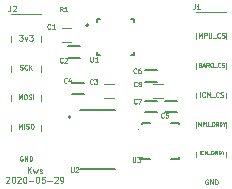
<source format=gbr>
G04 #@! TF.GenerationSoftware,KiCad,Pcbnew,(5.1.5)-3*
G04 #@! TF.CreationDate,2020-05-29T16:37:46+09:00*
G04 #@! TF.ProjectId,FMU3_Sensors_make,464d5533-5f53-4656-9e73-6f72735f6d61,rev?*
G04 #@! TF.SameCoordinates,Original*
G04 #@! TF.FileFunction,Legend,Top*
G04 #@! TF.FilePolarity,Positive*
%FSLAX46Y46*%
G04 Gerber Fmt 4.6, Leading zero omitted, Abs format (unit mm)*
G04 Created by KiCad (PCBNEW (5.1.5)-3) date 2020-05-29 16:37:46*
%MOMM*%
%LPD*%
G04 APERTURE LIST*
%ADD10C,0.050000*%
%ADD11C,0.127000*%
%ADD12C,0.200000*%
%ADD13C,0.120000*%
%ADD14C,0.100000*%
G04 APERTURE END LIST*
D10*
X131344761Y-36966190D02*
X131344761Y-36466190D01*
X131630476Y-36966190D02*
X131416190Y-36680476D01*
X131630476Y-36466190D02*
X131344761Y-36751904D01*
X131797142Y-36632857D02*
X131892380Y-36966190D01*
X131987619Y-36728095D01*
X132082857Y-36966190D01*
X132178095Y-36632857D01*
X132344761Y-36942380D02*
X132392380Y-36966190D01*
X132487619Y-36966190D01*
X132535238Y-36942380D01*
X132559047Y-36894761D01*
X132559047Y-36870952D01*
X132535238Y-36823333D01*
X132487619Y-36799523D01*
X132416190Y-36799523D01*
X132368571Y-36775714D01*
X132344761Y-36728095D01*
X132344761Y-36704285D01*
X132368571Y-36656666D01*
X132416190Y-36632857D01*
X132487619Y-36632857D01*
X132535238Y-36656666D01*
X129511428Y-37313809D02*
X129535238Y-37290000D01*
X129582857Y-37266190D01*
X129701904Y-37266190D01*
X129749523Y-37290000D01*
X129773333Y-37313809D01*
X129797142Y-37361428D01*
X129797142Y-37409047D01*
X129773333Y-37480476D01*
X129487619Y-37766190D01*
X129797142Y-37766190D01*
X130106666Y-37266190D02*
X130154285Y-37266190D01*
X130201904Y-37290000D01*
X130225714Y-37313809D01*
X130249523Y-37361428D01*
X130273333Y-37456666D01*
X130273333Y-37575714D01*
X130249523Y-37670952D01*
X130225714Y-37718571D01*
X130201904Y-37742380D01*
X130154285Y-37766190D01*
X130106666Y-37766190D01*
X130059047Y-37742380D01*
X130035238Y-37718571D01*
X130011428Y-37670952D01*
X129987619Y-37575714D01*
X129987619Y-37456666D01*
X130011428Y-37361428D01*
X130035238Y-37313809D01*
X130059047Y-37290000D01*
X130106666Y-37266190D01*
X130463809Y-37313809D02*
X130487619Y-37290000D01*
X130535238Y-37266190D01*
X130654285Y-37266190D01*
X130701904Y-37290000D01*
X130725714Y-37313809D01*
X130749523Y-37361428D01*
X130749523Y-37409047D01*
X130725714Y-37480476D01*
X130440000Y-37766190D01*
X130749523Y-37766190D01*
X131059047Y-37266190D02*
X131106666Y-37266190D01*
X131154285Y-37290000D01*
X131178095Y-37313809D01*
X131201904Y-37361428D01*
X131225714Y-37456666D01*
X131225714Y-37575714D01*
X131201904Y-37670952D01*
X131178095Y-37718571D01*
X131154285Y-37742380D01*
X131106666Y-37766190D01*
X131059047Y-37766190D01*
X131011428Y-37742380D01*
X130987619Y-37718571D01*
X130963809Y-37670952D01*
X130940000Y-37575714D01*
X130940000Y-37456666D01*
X130963809Y-37361428D01*
X130987619Y-37313809D01*
X131011428Y-37290000D01*
X131059047Y-37266190D01*
X131440000Y-37575714D02*
X131820952Y-37575714D01*
X132154285Y-37266190D02*
X132201904Y-37266190D01*
X132249523Y-37290000D01*
X132273333Y-37313809D01*
X132297142Y-37361428D01*
X132320952Y-37456666D01*
X132320952Y-37575714D01*
X132297142Y-37670952D01*
X132273333Y-37718571D01*
X132249523Y-37742380D01*
X132201904Y-37766190D01*
X132154285Y-37766190D01*
X132106666Y-37742380D01*
X132082857Y-37718571D01*
X132059047Y-37670952D01*
X132035238Y-37575714D01*
X132035238Y-37456666D01*
X132059047Y-37361428D01*
X132082857Y-37313809D01*
X132106666Y-37290000D01*
X132154285Y-37266190D01*
X132773333Y-37266190D02*
X132535238Y-37266190D01*
X132511428Y-37504285D01*
X132535238Y-37480476D01*
X132582857Y-37456666D01*
X132701904Y-37456666D01*
X132749523Y-37480476D01*
X132773333Y-37504285D01*
X132797142Y-37551904D01*
X132797142Y-37670952D01*
X132773333Y-37718571D01*
X132749523Y-37742380D01*
X132701904Y-37766190D01*
X132582857Y-37766190D01*
X132535238Y-37742380D01*
X132511428Y-37718571D01*
X133011428Y-37575714D02*
X133392380Y-37575714D01*
X133606666Y-37313809D02*
X133630476Y-37290000D01*
X133678095Y-37266190D01*
X133797142Y-37266190D01*
X133844761Y-37290000D01*
X133868571Y-37313809D01*
X133892380Y-37361428D01*
X133892380Y-37409047D01*
X133868571Y-37480476D01*
X133582857Y-37766190D01*
X133892380Y-37766190D01*
X134130476Y-37766190D02*
X134225714Y-37766190D01*
X134273333Y-37742380D01*
X134297142Y-37718571D01*
X134344761Y-37647142D01*
X134368571Y-37551904D01*
X134368571Y-37361428D01*
X134344761Y-37313809D01*
X134320952Y-37290000D01*
X134273333Y-37266190D01*
X134178095Y-37266190D01*
X134130476Y-37290000D01*
X134106666Y-37313809D01*
X134082857Y-37361428D01*
X134082857Y-37480476D01*
X134106666Y-37528095D01*
X134130476Y-37551904D01*
X134178095Y-37575714D01*
X134273333Y-37575714D01*
X134320952Y-37551904D01*
X134344761Y-37528095D01*
X134368571Y-37480476D01*
X145814285Y-25480952D02*
X145814285Y-25080952D01*
X145947619Y-25366666D01*
X146080952Y-25080952D01*
X146080952Y-25480952D01*
X146271428Y-25480952D02*
X146271428Y-25080952D01*
X146423809Y-25080952D01*
X146461904Y-25100000D01*
X146480952Y-25119047D01*
X146500000Y-25157142D01*
X146500000Y-25214285D01*
X146480952Y-25252380D01*
X146461904Y-25271428D01*
X146423809Y-25290476D01*
X146271428Y-25290476D01*
X146671428Y-25080952D02*
X146671428Y-25404761D01*
X146690476Y-25442857D01*
X146709523Y-25461904D01*
X146747619Y-25480952D01*
X146823809Y-25480952D01*
X146861904Y-25461904D01*
X146880952Y-25442857D01*
X146900000Y-25404761D01*
X146900000Y-25080952D01*
X146995238Y-25519047D02*
X147300000Y-25519047D01*
X147623809Y-25442857D02*
X147604761Y-25461904D01*
X147547619Y-25480952D01*
X147509523Y-25480952D01*
X147452380Y-25461904D01*
X147414285Y-25423809D01*
X147395238Y-25385714D01*
X147376190Y-25309523D01*
X147376190Y-25252380D01*
X147395238Y-25176190D01*
X147414285Y-25138095D01*
X147452380Y-25100000D01*
X147509523Y-25080952D01*
X147547619Y-25080952D01*
X147604761Y-25100000D01*
X147623809Y-25119047D01*
X147776190Y-25461904D02*
X147833333Y-25480952D01*
X147928571Y-25480952D01*
X147966666Y-25461904D01*
X147985714Y-25442857D01*
X148004761Y-25404761D01*
X148004761Y-25366666D01*
X147985714Y-25328571D01*
X147966666Y-25309523D01*
X147928571Y-25290476D01*
X147852380Y-25271428D01*
X147814285Y-25252380D01*
X147795238Y-25233333D01*
X147776190Y-25195238D01*
X147776190Y-25157142D01*
X147795238Y-25119047D01*
X147814285Y-25100000D01*
X147852380Y-25080952D01*
X147947619Y-25080952D01*
X148004761Y-25100000D01*
X145941666Y-27775000D02*
X145991666Y-27791666D01*
X146008333Y-27808333D01*
X146025000Y-27841666D01*
X146025000Y-27891666D01*
X146008333Y-27925000D01*
X145991666Y-27941666D01*
X145958333Y-27958333D01*
X145825000Y-27958333D01*
X145825000Y-27608333D01*
X145941666Y-27608333D01*
X145975000Y-27625000D01*
X145991666Y-27641666D01*
X146008333Y-27675000D01*
X146008333Y-27708333D01*
X145991666Y-27741666D01*
X145975000Y-27758333D01*
X145941666Y-27775000D01*
X145825000Y-27775000D01*
X146158333Y-27858333D02*
X146325000Y-27858333D01*
X146125000Y-27958333D02*
X146241666Y-27608333D01*
X146358333Y-27958333D01*
X146675000Y-27958333D02*
X146558333Y-27791666D01*
X146475000Y-27958333D02*
X146475000Y-27608333D01*
X146608333Y-27608333D01*
X146641666Y-27625000D01*
X146658333Y-27641666D01*
X146675000Y-27675000D01*
X146675000Y-27725000D01*
X146658333Y-27758333D01*
X146641666Y-27775000D01*
X146608333Y-27791666D01*
X146475000Y-27791666D01*
X146891666Y-27608333D02*
X146958333Y-27608333D01*
X146991666Y-27625000D01*
X147025000Y-27658333D01*
X147041666Y-27725000D01*
X147041666Y-27841666D01*
X147025000Y-27908333D01*
X146991666Y-27941666D01*
X146958333Y-27958333D01*
X146891666Y-27958333D01*
X146858333Y-27941666D01*
X146825000Y-27908333D01*
X146808333Y-27841666D01*
X146808333Y-27725000D01*
X146825000Y-27658333D01*
X146858333Y-27625000D01*
X146891666Y-27608333D01*
X147108333Y-27991666D02*
X147375000Y-27991666D01*
X147658333Y-27925000D02*
X147641666Y-27941666D01*
X147591666Y-27958333D01*
X147558333Y-27958333D01*
X147508333Y-27941666D01*
X147475000Y-27908333D01*
X147458333Y-27875000D01*
X147441666Y-27808333D01*
X147441666Y-27758333D01*
X147458333Y-27691666D01*
X147475000Y-27658333D01*
X147508333Y-27625000D01*
X147558333Y-27608333D01*
X147591666Y-27608333D01*
X147641666Y-27625000D01*
X147658333Y-27641666D01*
X147791666Y-27941666D02*
X147841666Y-27958333D01*
X147925000Y-27958333D01*
X147958333Y-27941666D01*
X147975000Y-27925000D01*
X147991666Y-27891666D01*
X147991666Y-27858333D01*
X147975000Y-27825000D01*
X147958333Y-27808333D01*
X147925000Y-27791666D01*
X147858333Y-27775000D01*
X147825000Y-27758333D01*
X147808333Y-27741666D01*
X147791666Y-27708333D01*
X147791666Y-27675000D01*
X147808333Y-27641666D01*
X147825000Y-27625000D01*
X147858333Y-27608333D01*
X147941666Y-27608333D01*
X147991666Y-27625000D01*
X145928571Y-30480952D02*
X145928571Y-30080952D01*
X146347619Y-30442857D02*
X146328571Y-30461904D01*
X146271428Y-30480952D01*
X146233333Y-30480952D01*
X146176190Y-30461904D01*
X146138095Y-30423809D01*
X146119047Y-30385714D01*
X146100000Y-30309523D01*
X146100000Y-30252380D01*
X146119047Y-30176190D01*
X146138095Y-30138095D01*
X146176190Y-30100000D01*
X146233333Y-30080952D01*
X146271428Y-30080952D01*
X146328571Y-30100000D01*
X146347619Y-30119047D01*
X146519047Y-30480952D02*
X146519047Y-30080952D01*
X146652380Y-30366666D01*
X146785714Y-30080952D01*
X146785714Y-30480952D01*
X146880952Y-30519047D02*
X147185714Y-30519047D01*
X147509523Y-30442857D02*
X147490476Y-30461904D01*
X147433333Y-30480952D01*
X147395238Y-30480952D01*
X147338095Y-30461904D01*
X147300000Y-30423809D01*
X147280952Y-30385714D01*
X147261904Y-30309523D01*
X147261904Y-30252380D01*
X147280952Y-30176190D01*
X147300000Y-30138095D01*
X147338095Y-30100000D01*
X147395238Y-30080952D01*
X147433333Y-30080952D01*
X147490476Y-30100000D01*
X147509523Y-30119047D01*
X147661904Y-30461904D02*
X147719047Y-30480952D01*
X147814285Y-30480952D01*
X147852380Y-30461904D01*
X147871428Y-30442857D01*
X147890476Y-30404761D01*
X147890476Y-30366666D01*
X147871428Y-30328571D01*
X147852380Y-30309523D01*
X147814285Y-30290476D01*
X147738095Y-30271428D01*
X147700000Y-30252380D01*
X147680952Y-30233333D01*
X147661904Y-30195238D01*
X147661904Y-30157142D01*
X147680952Y-30119047D01*
X147700000Y-30100000D01*
X147738095Y-30080952D01*
X147833333Y-30080952D01*
X147890476Y-30100000D01*
X145800000Y-32935714D02*
X145800000Y-32635714D01*
X145900000Y-32850000D01*
X146000000Y-32635714D01*
X146000000Y-32935714D01*
X146142857Y-32935714D02*
X146142857Y-32635714D01*
X146257142Y-32635714D01*
X146285714Y-32650000D01*
X146300000Y-32664285D01*
X146314285Y-32692857D01*
X146314285Y-32735714D01*
X146300000Y-32764285D01*
X146285714Y-32778571D01*
X146257142Y-32792857D01*
X146142857Y-32792857D01*
X146442857Y-32635714D02*
X146442857Y-32878571D01*
X146457142Y-32907142D01*
X146471428Y-32921428D01*
X146500000Y-32935714D01*
X146557142Y-32935714D01*
X146585714Y-32921428D01*
X146600000Y-32907142D01*
X146614285Y-32878571D01*
X146614285Y-32635714D01*
X146685714Y-32964285D02*
X146914285Y-32964285D01*
X146985714Y-32935714D02*
X146985714Y-32635714D01*
X147057142Y-32635714D01*
X147100000Y-32650000D01*
X147128571Y-32678571D01*
X147142857Y-32707142D01*
X147157142Y-32764285D01*
X147157142Y-32807142D01*
X147142857Y-32864285D01*
X147128571Y-32892857D01*
X147100000Y-32921428D01*
X147057142Y-32935714D01*
X146985714Y-32935714D01*
X147457142Y-32935714D02*
X147357142Y-32792857D01*
X147285714Y-32935714D02*
X147285714Y-32635714D01*
X147400000Y-32635714D01*
X147428571Y-32650000D01*
X147442857Y-32664285D01*
X147457142Y-32692857D01*
X147457142Y-32735714D01*
X147442857Y-32764285D01*
X147428571Y-32778571D01*
X147400000Y-32792857D01*
X147285714Y-32792857D01*
X147585714Y-32935714D02*
X147585714Y-32635714D01*
X147657142Y-32635714D01*
X147700000Y-32650000D01*
X147728571Y-32678571D01*
X147742857Y-32707142D01*
X147757142Y-32764285D01*
X147757142Y-32807142D01*
X147742857Y-32864285D01*
X147728571Y-32892857D01*
X147700000Y-32921428D01*
X147657142Y-32935714D01*
X147585714Y-32935714D01*
X147942857Y-32792857D02*
X147942857Y-32935714D01*
X147842857Y-32635714D02*
X147942857Y-32792857D01*
X148042857Y-32635714D01*
X145885714Y-35335714D02*
X145885714Y-35035714D01*
X146200000Y-35307142D02*
X146185714Y-35321428D01*
X146142857Y-35335714D01*
X146114285Y-35335714D01*
X146071428Y-35321428D01*
X146042857Y-35292857D01*
X146028571Y-35264285D01*
X146014285Y-35207142D01*
X146014285Y-35164285D01*
X146028571Y-35107142D01*
X146042857Y-35078571D01*
X146071428Y-35050000D01*
X146114285Y-35035714D01*
X146142857Y-35035714D01*
X146185714Y-35050000D01*
X146200000Y-35064285D01*
X146328571Y-35335714D02*
X146328571Y-35035714D01*
X146428571Y-35250000D01*
X146528571Y-35035714D01*
X146528571Y-35335714D01*
X146600000Y-35364285D02*
X146828571Y-35364285D01*
X146900000Y-35335714D02*
X146900000Y-35035714D01*
X146971428Y-35035714D01*
X147014285Y-35050000D01*
X147042857Y-35078571D01*
X147057142Y-35107142D01*
X147071428Y-35164285D01*
X147071428Y-35207142D01*
X147057142Y-35264285D01*
X147042857Y-35292857D01*
X147014285Y-35321428D01*
X146971428Y-35335714D01*
X146900000Y-35335714D01*
X147371428Y-35335714D02*
X147271428Y-35192857D01*
X147200000Y-35335714D02*
X147200000Y-35035714D01*
X147314285Y-35035714D01*
X147342857Y-35050000D01*
X147357142Y-35064285D01*
X147371428Y-35092857D01*
X147371428Y-35135714D01*
X147357142Y-35164285D01*
X147342857Y-35178571D01*
X147314285Y-35192857D01*
X147200000Y-35192857D01*
X147500000Y-35335714D02*
X147500000Y-35035714D01*
X147571428Y-35035714D01*
X147614285Y-35050000D01*
X147642857Y-35078571D01*
X147657142Y-35107142D01*
X147671428Y-35164285D01*
X147671428Y-35207142D01*
X147657142Y-35264285D01*
X147642857Y-35292857D01*
X147614285Y-35321428D01*
X147571428Y-35335714D01*
X147500000Y-35335714D01*
X147857142Y-35192857D02*
X147857142Y-35335714D01*
X147757142Y-35035714D02*
X147857142Y-35192857D01*
X147957142Y-35035714D01*
X146595238Y-37500000D02*
X146557142Y-37480952D01*
X146500000Y-37480952D01*
X146442857Y-37500000D01*
X146404761Y-37538095D01*
X146385714Y-37576190D01*
X146366666Y-37652380D01*
X146366666Y-37709523D01*
X146385714Y-37785714D01*
X146404761Y-37823809D01*
X146442857Y-37861904D01*
X146500000Y-37880952D01*
X146538095Y-37880952D01*
X146595238Y-37861904D01*
X146614285Y-37842857D01*
X146614285Y-37709523D01*
X146538095Y-37709523D01*
X146785714Y-37880952D02*
X146785714Y-37480952D01*
X147014285Y-37880952D01*
X147014285Y-37480952D01*
X147204761Y-37880952D02*
X147204761Y-37480952D01*
X147300000Y-37480952D01*
X147357142Y-37500000D01*
X147395238Y-37538095D01*
X147414285Y-37576190D01*
X147433333Y-37652380D01*
X147433333Y-37709523D01*
X147414285Y-37785714D01*
X147395238Y-37823809D01*
X147357142Y-37861904D01*
X147300000Y-37880952D01*
X147204761Y-37880952D01*
X130895238Y-35500000D02*
X130857142Y-35480952D01*
X130800000Y-35480952D01*
X130742857Y-35500000D01*
X130704761Y-35538095D01*
X130685714Y-35576190D01*
X130666666Y-35652380D01*
X130666666Y-35709523D01*
X130685714Y-35785714D01*
X130704761Y-35823809D01*
X130742857Y-35861904D01*
X130800000Y-35880952D01*
X130838095Y-35880952D01*
X130895238Y-35861904D01*
X130914285Y-35842857D01*
X130914285Y-35709523D01*
X130838095Y-35709523D01*
X131085714Y-35880952D02*
X131085714Y-35480952D01*
X131314285Y-35880952D01*
X131314285Y-35480952D01*
X131504761Y-35880952D02*
X131504761Y-35480952D01*
X131600000Y-35480952D01*
X131657142Y-35500000D01*
X131695238Y-35538095D01*
X131714285Y-35576190D01*
X131733333Y-35652380D01*
X131733333Y-35709523D01*
X131714285Y-35785714D01*
X131695238Y-35823809D01*
X131657142Y-35861904D01*
X131600000Y-35880952D01*
X131504761Y-35880952D01*
X130571428Y-33180952D02*
X130571428Y-32780952D01*
X130704761Y-33066666D01*
X130838095Y-32780952D01*
X130838095Y-33180952D01*
X131028571Y-33180952D02*
X131028571Y-32780952D01*
X131200000Y-33161904D02*
X131257142Y-33180952D01*
X131352380Y-33180952D01*
X131390476Y-33161904D01*
X131409523Y-33142857D01*
X131428571Y-33104761D01*
X131428571Y-33066666D01*
X131409523Y-33028571D01*
X131390476Y-33009523D01*
X131352380Y-32990476D01*
X131276190Y-32971428D01*
X131238095Y-32952380D01*
X131219047Y-32933333D01*
X131200000Y-32895238D01*
X131200000Y-32857142D01*
X131219047Y-32819047D01*
X131238095Y-32800000D01*
X131276190Y-32780952D01*
X131371428Y-32780952D01*
X131428571Y-32800000D01*
X131676190Y-32780952D02*
X131752380Y-32780952D01*
X131790476Y-32800000D01*
X131828571Y-32838095D01*
X131847619Y-32914285D01*
X131847619Y-33047619D01*
X131828571Y-33123809D01*
X131790476Y-33161904D01*
X131752380Y-33180952D01*
X131676190Y-33180952D01*
X131638095Y-33161904D01*
X131600000Y-33123809D01*
X131580952Y-33047619D01*
X131580952Y-32914285D01*
X131600000Y-32838095D01*
X131638095Y-32800000D01*
X131676190Y-32780952D01*
X130571428Y-30680952D02*
X130571428Y-30280952D01*
X130704761Y-30566666D01*
X130838095Y-30280952D01*
X130838095Y-30680952D01*
X131104761Y-30280952D02*
X131180952Y-30280952D01*
X131219047Y-30300000D01*
X131257142Y-30338095D01*
X131276190Y-30414285D01*
X131276190Y-30547619D01*
X131257142Y-30623809D01*
X131219047Y-30661904D01*
X131180952Y-30680952D01*
X131104761Y-30680952D01*
X131066666Y-30661904D01*
X131028571Y-30623809D01*
X131009523Y-30547619D01*
X131009523Y-30414285D01*
X131028571Y-30338095D01*
X131066666Y-30300000D01*
X131104761Y-30280952D01*
X131428571Y-30661904D02*
X131485714Y-30680952D01*
X131580952Y-30680952D01*
X131619047Y-30661904D01*
X131638095Y-30642857D01*
X131657142Y-30604761D01*
X131657142Y-30566666D01*
X131638095Y-30528571D01*
X131619047Y-30509523D01*
X131580952Y-30490476D01*
X131504761Y-30471428D01*
X131466666Y-30452380D01*
X131447619Y-30433333D01*
X131428571Y-30395238D01*
X131428571Y-30357142D01*
X131447619Y-30319047D01*
X131466666Y-30300000D01*
X131504761Y-30280952D01*
X131600000Y-30280952D01*
X131657142Y-30300000D01*
X131828571Y-30680952D02*
X131828571Y-30280952D01*
X130685714Y-28161904D02*
X130742857Y-28180952D01*
X130838095Y-28180952D01*
X130876190Y-28161904D01*
X130895238Y-28142857D01*
X130914285Y-28104761D01*
X130914285Y-28066666D01*
X130895238Y-28028571D01*
X130876190Y-28009523D01*
X130838095Y-27990476D01*
X130761904Y-27971428D01*
X130723809Y-27952380D01*
X130704761Y-27933333D01*
X130685714Y-27895238D01*
X130685714Y-27857142D01*
X130704761Y-27819047D01*
X130723809Y-27800000D01*
X130761904Y-27780952D01*
X130857142Y-27780952D01*
X130914285Y-27800000D01*
X131314285Y-28142857D02*
X131295238Y-28161904D01*
X131238095Y-28180952D01*
X131200000Y-28180952D01*
X131142857Y-28161904D01*
X131104761Y-28123809D01*
X131085714Y-28085714D01*
X131066666Y-28009523D01*
X131066666Y-27952380D01*
X131085714Y-27876190D01*
X131104761Y-27838095D01*
X131142857Y-27800000D01*
X131200000Y-27780952D01*
X131238095Y-27780952D01*
X131295238Y-27800000D01*
X131314285Y-27819047D01*
X131485714Y-28180952D02*
X131485714Y-27780952D01*
X131714285Y-28180952D02*
X131542857Y-27952380D01*
X131714285Y-27780952D02*
X131485714Y-28009523D01*
X130604761Y-25226190D02*
X130914285Y-25226190D01*
X130747619Y-25416666D01*
X130819047Y-25416666D01*
X130866666Y-25440476D01*
X130890476Y-25464285D01*
X130914285Y-25511904D01*
X130914285Y-25630952D01*
X130890476Y-25678571D01*
X130866666Y-25702380D01*
X130819047Y-25726190D01*
X130676190Y-25726190D01*
X130628571Y-25702380D01*
X130604761Y-25678571D01*
X131080952Y-25392857D02*
X131200000Y-25726190D01*
X131319047Y-25392857D01*
X131461904Y-25226190D02*
X131771428Y-25226190D01*
X131604761Y-25416666D01*
X131676190Y-25416666D01*
X131723809Y-25440476D01*
X131747619Y-25464285D01*
X131771428Y-25511904D01*
X131771428Y-25630952D01*
X131747619Y-25678571D01*
X131723809Y-25702380D01*
X131676190Y-25726190D01*
X131533333Y-25726190D01*
X131485714Y-25702380D01*
X131461904Y-25678571D01*
D11*
X141270000Y-31770000D02*
X142270000Y-31770000D01*
X142270000Y-30810000D02*
X141270000Y-30810000D01*
X137470000Y-23860000D02*
X137220000Y-23860000D01*
X137220000Y-23860000D02*
X137220000Y-24110000D01*
X140070000Y-23860000D02*
X140320000Y-23860000D01*
X140320000Y-23860000D02*
X140320000Y-24110000D01*
X140320000Y-26710000D02*
X140320000Y-26960000D01*
X140320000Y-26960000D02*
X140070000Y-26960000D01*
X137220000Y-26710000D02*
X137220000Y-26960000D01*
X137220000Y-26960000D02*
X137470000Y-26960000D01*
D12*
X136470000Y-24410000D02*
G75*
G03X136470000Y-24410000I-100000J0D01*
G01*
D11*
X142260000Y-28250000D02*
X141260000Y-28250000D01*
X141260000Y-29210000D02*
X142260000Y-29210000D01*
D13*
X141990000Y-29410000D02*
X142790000Y-29410000D01*
X142790000Y-30610000D02*
X141990000Y-30610000D01*
D11*
X144000000Y-30830000D02*
X143000000Y-30830000D01*
X143000000Y-31790000D02*
X144000000Y-31790000D01*
D13*
X129950001Y-23500000D02*
X132450001Y-23500000D01*
X132450001Y-25350000D02*
X132450001Y-25850000D01*
X132450001Y-27850000D02*
X132450001Y-28350000D01*
X129950001Y-27850000D02*
X129950001Y-28350000D01*
X129950001Y-30350000D02*
X129950001Y-30850000D01*
X132450001Y-30350000D02*
X132450001Y-30850000D01*
X129950001Y-25350000D02*
X129950001Y-25850000D01*
X132450001Y-32850000D02*
X132450001Y-33350000D01*
X129950001Y-32850000D02*
X129950001Y-33350000D01*
X134210000Y-24680000D02*
X135010000Y-24680000D01*
X135010000Y-25880000D02*
X134210000Y-25880000D01*
D11*
X134730000Y-27180000D02*
X135730000Y-27180000D01*
X135730000Y-26220000D02*
X134730000Y-26220000D01*
D13*
X138630000Y-30600000D02*
X137830000Y-30600000D01*
X137830000Y-29400000D02*
X138630000Y-29400000D01*
D11*
X135120000Y-30260000D02*
X136120000Y-30260000D01*
X136120000Y-29300000D02*
X135120000Y-29300000D01*
D13*
X145620000Y-23270000D02*
X148120000Y-23270000D01*
X148120000Y-25120000D02*
X148120000Y-25620000D01*
X145620000Y-32620000D02*
X145620000Y-33120000D01*
X145620000Y-25120000D02*
X145620000Y-25620000D01*
X148120000Y-27620000D02*
X148120000Y-28120000D01*
X148120000Y-32620000D02*
X148120000Y-33120000D01*
X148120000Y-30120000D02*
X148120000Y-30620000D01*
X145620000Y-30120000D02*
X145620000Y-30620000D01*
X145620000Y-27620000D02*
X145620000Y-28120000D01*
X148120000Y-35120000D02*
X148120000Y-35620000D01*
X145620000Y-35120000D02*
X145620000Y-35620000D01*
D11*
X135760000Y-31580000D02*
X138760000Y-31580000D01*
X135760000Y-36580000D02*
X138760000Y-36580000D01*
D12*
X134983000Y-32207000D02*
G75*
G03X134983000Y-32207000I-100000J0D01*
G01*
D11*
X141050000Y-32810000D02*
X141050000Y-32660000D01*
X141050000Y-32660000D02*
X141700000Y-32660000D01*
X143500000Y-32660000D02*
X144150000Y-32660000D01*
X144150000Y-32660000D02*
X144150000Y-32810000D01*
X141050000Y-35610000D02*
X141050000Y-35760000D01*
X141050000Y-35760000D02*
X141700000Y-35760000D01*
X143500000Y-35760000D02*
X144150000Y-35760000D01*
X144150000Y-35760000D02*
X144150000Y-35610000D01*
D14*
X140750000Y-33210000D02*
G75*
G03X140750000Y-33210000I-50000J0D01*
G01*
D10*
X140553333Y-31012857D02*
X140534285Y-31031904D01*
X140477142Y-31050952D01*
X140439047Y-31050952D01*
X140381904Y-31031904D01*
X140343809Y-30993809D01*
X140324761Y-30955714D01*
X140305714Y-30879523D01*
X140305714Y-30822380D01*
X140324761Y-30746190D01*
X140343809Y-30708095D01*
X140381904Y-30670000D01*
X140439047Y-30650952D01*
X140477142Y-30650952D01*
X140534285Y-30670000D01*
X140553333Y-30689047D01*
X140686666Y-30650952D02*
X140953333Y-30650952D01*
X140781904Y-31050952D01*
X136655238Y-27110952D02*
X136655238Y-27434761D01*
X136674285Y-27472857D01*
X136693333Y-27491904D01*
X136731428Y-27510952D01*
X136807619Y-27510952D01*
X136845714Y-27491904D01*
X136864761Y-27472857D01*
X136883809Y-27434761D01*
X136883809Y-27110952D01*
X137283809Y-27510952D02*
X137055238Y-27510952D01*
X137169523Y-27510952D02*
X137169523Y-27110952D01*
X137131428Y-27168095D01*
X137093333Y-27206190D01*
X137055238Y-27225238D01*
X140543333Y-28432857D02*
X140524285Y-28451904D01*
X140467142Y-28470952D01*
X140429047Y-28470952D01*
X140371904Y-28451904D01*
X140333809Y-28413809D01*
X140314761Y-28375714D01*
X140295714Y-28299523D01*
X140295714Y-28242380D01*
X140314761Y-28166190D01*
X140333809Y-28128095D01*
X140371904Y-28090000D01*
X140429047Y-28070952D01*
X140467142Y-28070952D01*
X140524285Y-28090000D01*
X140543333Y-28109047D01*
X140886190Y-28070952D02*
X140810000Y-28070952D01*
X140771904Y-28090000D01*
X140752857Y-28109047D01*
X140714761Y-28166190D01*
X140695714Y-28242380D01*
X140695714Y-28394761D01*
X140714761Y-28432857D01*
X140733809Y-28451904D01*
X140771904Y-28470952D01*
X140848095Y-28470952D01*
X140886190Y-28451904D01*
X140905238Y-28432857D01*
X140924285Y-28394761D01*
X140924285Y-28299523D01*
X140905238Y-28261428D01*
X140886190Y-28242380D01*
X140848095Y-28223333D01*
X140771904Y-28223333D01*
X140733809Y-28242380D01*
X140714761Y-28261428D01*
X140695714Y-28299523D01*
X140563333Y-29562857D02*
X140544285Y-29581904D01*
X140487142Y-29600952D01*
X140449047Y-29600952D01*
X140391904Y-29581904D01*
X140353809Y-29543809D01*
X140334761Y-29505714D01*
X140315714Y-29429523D01*
X140315714Y-29372380D01*
X140334761Y-29296190D01*
X140353809Y-29258095D01*
X140391904Y-29220000D01*
X140449047Y-29200952D01*
X140487142Y-29200952D01*
X140544285Y-29220000D01*
X140563333Y-29239047D01*
X140791904Y-29372380D02*
X140753809Y-29353333D01*
X140734761Y-29334285D01*
X140715714Y-29296190D01*
X140715714Y-29277142D01*
X140734761Y-29239047D01*
X140753809Y-29220000D01*
X140791904Y-29200952D01*
X140868095Y-29200952D01*
X140906190Y-29220000D01*
X140925238Y-29239047D01*
X140944285Y-29277142D01*
X140944285Y-29296190D01*
X140925238Y-29334285D01*
X140906190Y-29353333D01*
X140868095Y-29372380D01*
X140791904Y-29372380D01*
X140753809Y-29391428D01*
X140734761Y-29410476D01*
X140715714Y-29448571D01*
X140715714Y-29524761D01*
X140734761Y-29562857D01*
X140753809Y-29581904D01*
X140791904Y-29600952D01*
X140868095Y-29600952D01*
X140906190Y-29581904D01*
X140925238Y-29562857D01*
X140944285Y-29524761D01*
X140944285Y-29448571D01*
X140925238Y-29410476D01*
X140906190Y-29391428D01*
X140868095Y-29372380D01*
X142863333Y-32202857D02*
X142844285Y-32221904D01*
X142787142Y-32240952D01*
X142749047Y-32240952D01*
X142691904Y-32221904D01*
X142653809Y-32183809D01*
X142634761Y-32145714D01*
X142615714Y-32069523D01*
X142615714Y-32012380D01*
X142634761Y-31936190D01*
X142653809Y-31898095D01*
X142691904Y-31860000D01*
X142749047Y-31840952D01*
X142787142Y-31840952D01*
X142844285Y-31860000D01*
X142863333Y-31879047D01*
X143225238Y-31840952D02*
X143034761Y-31840952D01*
X143015714Y-32031428D01*
X143034761Y-32012380D01*
X143072857Y-31993333D01*
X143168095Y-31993333D01*
X143206190Y-32012380D01*
X143225238Y-32031428D01*
X143244285Y-32069523D01*
X143244285Y-32164761D01*
X143225238Y-32202857D01*
X143206190Y-32221904D01*
X143168095Y-32240952D01*
X143072857Y-32240952D01*
X143034761Y-32221904D01*
X143015714Y-32202857D01*
X129873333Y-22756190D02*
X129873333Y-23113333D01*
X129849523Y-23184761D01*
X129801904Y-23232380D01*
X129730476Y-23256190D01*
X129682857Y-23256190D01*
X130087619Y-22803809D02*
X130111428Y-22780000D01*
X130159047Y-22756190D01*
X130278095Y-22756190D01*
X130325714Y-22780000D01*
X130349523Y-22803809D01*
X130373333Y-22851428D01*
X130373333Y-22899047D01*
X130349523Y-22970476D01*
X130063809Y-23256190D01*
X130373333Y-23256190D01*
X133263333Y-24692857D02*
X133244285Y-24711904D01*
X133187142Y-24730952D01*
X133149047Y-24730952D01*
X133091904Y-24711904D01*
X133053809Y-24673809D01*
X133034761Y-24635714D01*
X133015714Y-24559523D01*
X133015714Y-24502380D01*
X133034761Y-24426190D01*
X133053809Y-24388095D01*
X133091904Y-24350000D01*
X133149047Y-24330952D01*
X133187142Y-24330952D01*
X133244285Y-24350000D01*
X133263333Y-24369047D01*
X133644285Y-24730952D02*
X133415714Y-24730952D01*
X133530000Y-24730952D02*
X133530000Y-24330952D01*
X133491904Y-24388095D01*
X133453809Y-24426190D01*
X133415714Y-24445238D01*
X134303333Y-27542857D02*
X134284285Y-27561904D01*
X134227142Y-27580952D01*
X134189047Y-27580952D01*
X134131904Y-27561904D01*
X134093809Y-27523809D01*
X134074761Y-27485714D01*
X134055714Y-27409523D01*
X134055714Y-27352380D01*
X134074761Y-27276190D01*
X134093809Y-27238095D01*
X134131904Y-27200000D01*
X134189047Y-27180952D01*
X134227142Y-27180952D01*
X134284285Y-27200000D01*
X134303333Y-27219047D01*
X134455714Y-27219047D02*
X134474761Y-27200000D01*
X134512857Y-27180952D01*
X134608095Y-27180952D01*
X134646190Y-27200000D01*
X134665238Y-27219047D01*
X134684285Y-27257142D01*
X134684285Y-27295238D01*
X134665238Y-27352380D01*
X134436666Y-27580952D01*
X134684285Y-27580952D01*
X136839333Y-29352857D02*
X136820285Y-29371904D01*
X136763142Y-29390952D01*
X136725047Y-29390952D01*
X136667904Y-29371904D01*
X136629809Y-29333809D01*
X136610761Y-29295714D01*
X136591714Y-29219523D01*
X136591714Y-29162380D01*
X136610761Y-29086190D01*
X136629809Y-29048095D01*
X136667904Y-29010000D01*
X136725047Y-28990952D01*
X136763142Y-28990952D01*
X136820285Y-29010000D01*
X136839333Y-29029047D01*
X136972666Y-28990952D02*
X137220285Y-28990952D01*
X137086952Y-29143333D01*
X137144095Y-29143333D01*
X137182190Y-29162380D01*
X137201238Y-29181428D01*
X137220285Y-29219523D01*
X137220285Y-29314761D01*
X137201238Y-29352857D01*
X137182190Y-29371904D01*
X137144095Y-29390952D01*
X137029809Y-29390952D01*
X136991714Y-29371904D01*
X136972666Y-29352857D01*
X134633333Y-29252857D02*
X134614285Y-29271904D01*
X134557142Y-29290952D01*
X134519047Y-29290952D01*
X134461904Y-29271904D01*
X134423809Y-29233809D01*
X134404761Y-29195714D01*
X134385714Y-29119523D01*
X134385714Y-29062380D01*
X134404761Y-28986190D01*
X134423809Y-28948095D01*
X134461904Y-28910000D01*
X134519047Y-28890952D01*
X134557142Y-28890952D01*
X134614285Y-28910000D01*
X134633333Y-28929047D01*
X134976190Y-29024285D02*
X134976190Y-29290952D01*
X134880952Y-28871904D02*
X134785714Y-29157619D01*
X135033333Y-29157619D01*
X145506666Y-22640952D02*
X145506666Y-22926666D01*
X145487619Y-22983809D01*
X145449523Y-23021904D01*
X145392380Y-23040952D01*
X145354285Y-23040952D01*
X145906666Y-23040952D02*
X145678095Y-23040952D01*
X145792380Y-23040952D02*
X145792380Y-22640952D01*
X145754285Y-22698095D01*
X145716190Y-22736190D01*
X145678095Y-22755238D01*
X134293333Y-23250952D02*
X134160000Y-23060476D01*
X134064761Y-23250952D02*
X134064761Y-22850952D01*
X134217142Y-22850952D01*
X134255238Y-22870000D01*
X134274285Y-22889047D01*
X134293333Y-22927142D01*
X134293333Y-22984285D01*
X134274285Y-23022380D01*
X134255238Y-23041428D01*
X134217142Y-23060476D01*
X134064761Y-23060476D01*
X134674285Y-23250952D02*
X134445714Y-23250952D01*
X134560000Y-23250952D02*
X134560000Y-22850952D01*
X134521904Y-22908095D01*
X134483809Y-22946190D01*
X134445714Y-22965238D01*
X135005238Y-36450952D02*
X135005238Y-36774761D01*
X135024285Y-36812857D01*
X135043333Y-36831904D01*
X135081428Y-36850952D01*
X135157619Y-36850952D01*
X135195714Y-36831904D01*
X135214761Y-36812857D01*
X135233809Y-36774761D01*
X135233809Y-36450952D01*
X135405238Y-36489047D02*
X135424285Y-36470000D01*
X135462380Y-36450952D01*
X135557619Y-36450952D01*
X135595714Y-36470000D01*
X135614761Y-36489047D01*
X135633809Y-36527142D01*
X135633809Y-36565238D01*
X135614761Y-36622380D01*
X135386190Y-36850952D01*
X135633809Y-36850952D01*
X140225238Y-35610952D02*
X140225238Y-35934761D01*
X140244285Y-35972857D01*
X140263333Y-35991904D01*
X140301428Y-36010952D01*
X140377619Y-36010952D01*
X140415714Y-35991904D01*
X140434761Y-35972857D01*
X140453809Y-35934761D01*
X140453809Y-35610952D01*
X140606190Y-35610952D02*
X140853809Y-35610952D01*
X140720476Y-35763333D01*
X140777619Y-35763333D01*
X140815714Y-35782380D01*
X140834761Y-35801428D01*
X140853809Y-35839523D01*
X140853809Y-35934761D01*
X140834761Y-35972857D01*
X140815714Y-35991904D01*
X140777619Y-36010952D01*
X140663333Y-36010952D01*
X140625238Y-35991904D01*
X140606190Y-35972857D01*
M02*

</source>
